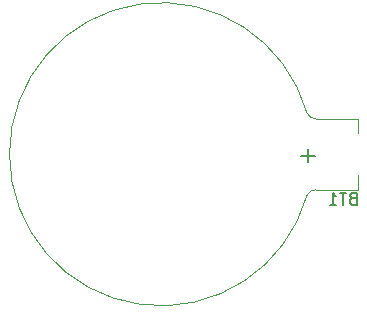
<source format=gbr>
%TF.GenerationSoftware,KiCad,Pcbnew,9.0.6-rc2*%
%TF.CreationDate,2025-10-26T22:09:15+01:00*%
%TF.ProjectId,CAN,43414e2e-6b69-4636-9164-5f7063625858,rev?*%
%TF.SameCoordinates,Original*%
%TF.FileFunction,Legend,Bot*%
%TF.FilePolarity,Positive*%
%FSLAX46Y46*%
G04 Gerber Fmt 4.6, Leading zero omitted, Abs format (unit mm)*
G04 Created by KiCad (PCBNEW 9.0.6-rc2) date 2025-10-26 22:09:15*
%MOMM*%
%LPD*%
G01*
G04 APERTURE LIST*
%ADD10C,0.150000*%
%ADD11C,0.120000*%
G04 APERTURE END LIST*
D10*
X180685714Y-83031009D02*
X180542857Y-83078628D01*
X180542857Y-83078628D02*
X180495238Y-83126247D01*
X180495238Y-83126247D02*
X180447619Y-83221485D01*
X180447619Y-83221485D02*
X180447619Y-83364342D01*
X180447619Y-83364342D02*
X180495238Y-83459580D01*
X180495238Y-83459580D02*
X180542857Y-83507200D01*
X180542857Y-83507200D02*
X180638095Y-83554819D01*
X180638095Y-83554819D02*
X181019047Y-83554819D01*
X181019047Y-83554819D02*
X181019047Y-82554819D01*
X181019047Y-82554819D02*
X180685714Y-82554819D01*
X180685714Y-82554819D02*
X180590476Y-82602438D01*
X180590476Y-82602438D02*
X180542857Y-82650057D01*
X180542857Y-82650057D02*
X180495238Y-82745295D01*
X180495238Y-82745295D02*
X180495238Y-82840533D01*
X180495238Y-82840533D02*
X180542857Y-82935771D01*
X180542857Y-82935771D02*
X180590476Y-82983390D01*
X180590476Y-82983390D02*
X180685714Y-83031009D01*
X180685714Y-83031009D02*
X181019047Y-83031009D01*
X180161904Y-82554819D02*
X179590476Y-82554819D01*
X179876190Y-83554819D02*
X179876190Y-82554819D01*
X178733333Y-83554819D02*
X179304761Y-83554819D01*
X179019047Y-83554819D02*
X179019047Y-82554819D01*
X179019047Y-82554819D02*
X179114285Y-82697676D01*
X179114285Y-82697676D02*
X179209523Y-82792914D01*
X179209523Y-82792914D02*
X179304761Y-82840533D01*
X177491428Y-79409701D02*
X176348571Y-79409701D01*
X176919999Y-79981129D02*
X176919999Y-78838272D01*
D11*
%TO.C,BT1*%
X181120000Y-76295001D02*
X177570000Y-76295001D01*
X181120000Y-77495001D02*
X181120000Y-76295001D01*
X181120000Y-81095001D02*
X181120000Y-82295001D01*
X181120000Y-82295001D02*
X177570000Y-82295001D01*
X151633830Y-79295001D02*
G75*
G02*
X176820000Y-75795001I12836270J28D01*
G01*
X176820000Y-82795001D02*
G75*
G02*
X151633830Y-79295001I-12349900J3499972D01*
G01*
X176820000Y-82795001D02*
G75*
G02*
X177570000Y-82295001I750000J-312500D01*
G01*
X177570000Y-76295001D02*
G75*
G02*
X176820000Y-75795001I0J812500D01*
G01*
%TD*%
M02*

</source>
